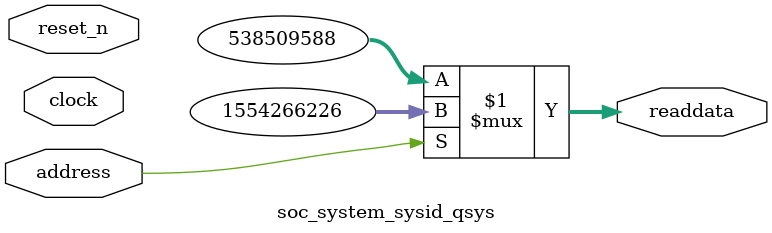
<source format=v>



// synthesis translate_off
`timescale 1ns / 1ps
// synthesis translate_on

// turn off superfluous verilog processor warnings 
// altera message_level Level1 
// altera message_off 10034 10035 10036 10037 10230 10240 10030 

module soc_system_sysid_qsys (
               // inputs:
                address,
                clock,
                reset_n,

               // outputs:
                readdata
             )
;

  output  [ 31: 0] readdata;
  input            address;
  input            clock;
  input            reset_n;

  wire    [ 31: 0] readdata;
  //control_slave, which is an e_avalon_slave
  assign readdata = address ? 1554266226 : 538509588;

endmodule



</source>
